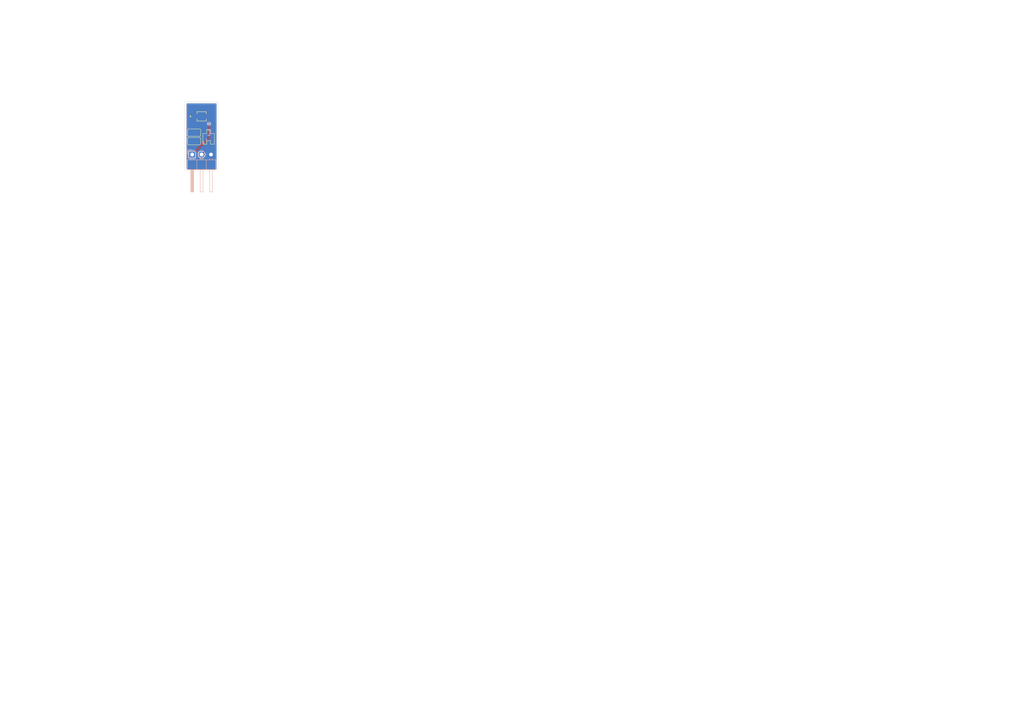
<source format=kicad_pcb>
(kicad_pcb (version 20240108) (generator "pcbnew") (generator_version "8.0")
  (layers (0 "F.Cu" signal) (31 "B.Cu" signal) (34 "B.Paste" user) (35 "F.Paste" user) (36 "B.SilkS" user "B.Silkscreen") (37 "F.SilkS" user "F.Silkscreen") (38 "B.Mask" user) (39 "F.Mask" user) (44 "Edge.Cuts" user))
  (net 0 "")
  (net 1 "+3V3")
  (net 2 "GNDREF")
  (net 3 "/PULSE")
  (net 4 "Net-(Q1-D)")
  (net 5 "Net-(D1-K)")
  (footprint "Library:SOT95P237X112-3N" (layer "F.Cu") (at 66.44 47.0375 90)
    (property "Reference" "Q1" (hide yes))
    (property "Value" "IRLML6344TRPBF" (hide yes))
    (fp_line (start 0.900001 -1.55) (end -2 -1.55) (stroke (width 0.1)) (layer "F.SilkS"))
    (fp_line (start 0.900001 -1.55) (end 0.9 -0.499999) (stroke (width 0.1)) (layer "F.SilkS"))
    (fp_line (start -2 -1.55) (end -2 -0.5) (stroke (width 0.1)) (layer "F.SilkS"))
    (fp_line (start 2 -0.5) (end 2 0.5) (stroke (width 0.1)) (layer "F.SilkS"))
    (fp_line (start -1 -0.5) (end -2 -0.5) (stroke (width 0.1)) (layer "F.SilkS"))
    (fp_line (start 0.9 -0.499999) (end 2 -0.5) (stroke (width 0.1)) (layer "F.SilkS"))
    (fp_line (start 2 0.5) (end 0.9 0.499999) (stroke (width 0.1)) (layer "F.SilkS"))
    (fp_line (start -1 0.5) (end -1 -0.5) (stroke (width 0.1)) (layer "F.SilkS"))
    (fp_line (start -1 0.5) (end -2 0.5) (stroke (width 0.1)) (layer "F.SilkS"))
    (fp_line (start -2 0.5) (end -2 1.55) (stroke (width 0.1)) (layer "F.SilkS"))
    (fp_line (start 0.900001 1.55) (end 0.9 0.499999) (stroke (width 0.1)) (layer "F.SilkS"))
    (fp_line (start -2 1.55) (end 0.900001 1.55) (stroke (width 0.1)) (layer "F.SilkS"))
    (pad "1" smd roundrect (at -1.255 -0.949999 90) (size 1.2 0.6) (layers "F.Cu" "F.Paste" "F.Mask") (roundrect_rratio 0.15) (net 3 "/PULSE"))
    (pad "2" smd roundrect (at -1.255 0.949999 90) (size 1.2 0.6) (layers "F.Cu" "F.Paste" "F.Mask") (roundrect_rratio 0.15) (net 2 "GNDREF"))
    (pad "3" smd roundrect (at 1.125 0 90) (size 1.21 0.6) (layers "F.Cu" "F.Paste" "F.Mask") (roundrect_rratio 0.15) (net 4 "Net-(Q1-D)"))
  )
  (footprint "Library:res0603" (layer "F.Cu") (at 62.515 45.9)
    (property "Reference" "R1" (hide yes))
    (property "Value" "22R")
    (fp_line (start -1.8 0.7) (end -1.8 -0.7) (stroke (width 0.1)) (layer "F.SilkS"))
    (fp_line (start -1.5 -1) (end 1.5 -1) (stroke (width 0.1)) (layer "F.SilkS"))
    (fp_line (start -1.5 1) (end 1.5 1) (stroke (width 0.1)) (layer "F.SilkS"))
    (fp_line (start 1.8 -0.7) (end 1.8 0.7) (stroke (width 0.1)) (layer "F.SilkS"))
    (fp_arc (start -1.8 -0.7) (mid -1.712132 -0.912132) (end -1.5 -1) (stroke (width 0.1)) (layer "F.SilkS"))
    (fp_arc (start -1.5 1) (mid -1.712132 0.912132) (end -1.8 0.7) (stroke (width 0.1)) (layer "F.SilkS"))
    (fp_arc (start 1.5 -1) (mid 1.712132 -0.912132) (end 1.8 -0.7) (stroke (width 0.1)) (layer "F.SilkS"))
    (fp_arc (start 1.8 0.7) (mid 1.712132 0.912132) (end 1.5 1) (stroke (width 0.1)) (layer "F.SilkS"))
    (pad "1" smd roundrect (at -0.8 0) (size 1 1) (layers "F.Cu" "F.Paste" "F.Mask") (roundrect_rratio 0.1) (net 5 "Net-(D1-K)"))
    (pad "2" smd roundrect (at 0.8 0) (size 1 1) (layers "F.Cu" "F.Paste" "F.Mask") (roundrect_rratio 0.1) (net 4 "Net-(Q1-D)"))
  )
  (footprint "Library:DIO_VSMB2020X01" (layer "F.Cu") (at 64.537501 41.500001)
    (property "Reference" "D1" (hide yes))
    (property "Value" "LED")
    (fp_line (start -1.25 -1.25) (end -1.25 -0.695) (stroke (width 0.127)) (layer "F.SilkS"))
    (fp_line (start -1.25 -1.25) (end 1.25 -1.25) (stroke (width 0.127)) (layer "F.SilkS"))
    (fp_line (start -1.25 1.25) (end -1.25 0.695) (stroke (width 0.127)) (layer "F.SilkS"))
    (fp_line (start 1.25 -1.25) (end 1.25 -0.695) (stroke (width 0.127)) (layer "F.SilkS"))
    (fp_line (start 1.25 1.25) (end -1.25 1.25) (stroke (width 0.127)) (layer "F.SilkS"))
    (fp_line (start 1.25 1.25) (end 1.25 0.695) (stroke (width 0.127)) (layer "F.SilkS"))
    (fp_circle (center -3.025 0) (end -2.925 0) (stroke (width 0.2)) (fill none) (layer "F.SilkS"))
    (pad "1" smd rect (at -1.9 0) (size 1.35 0.75) (layers "F.Cu" "F.Paste" "F.Mask") (net 5 "Net-(D1-K)"))
    (pad "2" smd rect (at 1.9 0) (size 1.35 0.75) (layers "F.Cu" "F.Paste" "F.Mask") (net 1 "+3V3"))
  )
  (footprint "Library:res0603" (layer "F.Cu") (at 62.515001 48.2 180)
    (property "Reference" "R2" (hide yes))
    (property "Value" "1k")
    (fp_line (start 1.8 -0.7) (end 1.8 0.7) (stroke (width 0.1)) (layer "F.SilkS"))
    (fp_line (start -1.5 1) (end 1.5 1) (stroke (width 0.1)) (layer "F.SilkS"))
    (fp_line (start -1.5 -1) (end 1.5 -1) (stroke (width 0.1)) (layer "F.SilkS"))
    (fp_line (start -1.8 0.7) (end -1.8 -0.7) (stroke (width 0.1)) (layer "F.SilkS"))
    (fp_arc (start 1.8 0.7) (mid 1.712132 0.912132) (end 1.5 1) (stroke (width 0.1)) (layer "F.SilkS"))
    (fp_arc (start 1.5 -1) (mid 1.712132 -0.912132) (end 1.8 -0.7) (stroke (width 0.1)) (layer "F.SilkS"))
    (fp_arc (start -1.5 1) (mid -1.712132 0.912132) (end -1.8 0.7) (stroke (width 0.1)) (layer "F.SilkS"))
    (fp_arc (start -1.8 -0.7) (mid -1.712132 -0.912132) (end -1.5 -1) (stroke (width 0.1)) (layer "F.SilkS"))
    (pad "1" smd roundrect (at -0.799999 0 180) (size 1 1) (layers "F.Cu" "F.Paste" "F.Mask") (roundrect_rratio 0.1) (net 3 "/PULSE"))
    (pad "2" smd roundrect (at 0.799999 0 180) (size 1 1) (layers "F.Cu" "F.Paste" "F.Mask") (roundrect_rratio 0.1) (net 2 "GNDREF"))
  )
  (footprint "Connector_PinHeader_2.54mm:PinHeader_1x03_P2.54mm_Horizontal" (layer "B.Cu") (at 61.997501 51.825001 -90)
    (property "Reference" "J1" (hide yes))
    (property "Value" "Conn_01x03")
    (fp_line (start 1.44 1.33) (end 4.1 1.33) (stroke (width 0.12)) (layer "B.SilkS"))
    (fp_line (start 4.1 1.33) (end 4.1 -6.41) (stroke (width 0.12)) (layer "B.SilkS"))
    (fp_line (start 0 1.270001) (end -1.27 1.27) (stroke (width 0.12)) (layer "B.SilkS"))
    (fp_line (start -1.27 1.27) (end -1.270001 0) (stroke (width 0.12)) (layer "B.SilkS"))
    (fp_line (start 1.44 0.38) (end 1.11 0.38) (stroke (width 0.12)) (layer "B.SilkS"))
    (fp_line (start 10.1 0.38) (end 4.1 0.38) (stroke (width 0.12)) (layer "B.SilkS"))
    (fp_line (start 10.1 0.32) (end 4.1 0.32) (stroke (width 0.12)) (layer "B.SilkS"))
    (fp_line (start 10.1 0.2) (end 4.1 0.2) (stroke (width 0.12)) (layer "B.SilkS"))
    (fp_line (start 10.1 0.08) (end 4.1 0.08) (stroke (width 0.12)) (layer "B.SilkS"))
    (fp_line (start 10.1 -0.04) (end 4.1 -0.04) (stroke (width 0.12)) (layer "B.SilkS"))
    (fp_line (start 10.1 -0.160001) (end 4.1 -0.16) (stroke (width 0.12)) (layer "B.SilkS"))
    (fp_line (start 10.1 -0.279999) (end 4.1 -0.28) (stroke (width 0.12)) (layer "B.SilkS"))
    (fp_line (start 1.44 -0.38) (end 1.11 -0.38) (stroke (width 0.12)) (layer "B.SilkS"))
    (fp_line (start 4.1 -0.38) (end 10.1 -0.38) (stroke (width 0.12)) (layer "B.SilkS"))
    (fp_line (start 10.1 -0.38) (end 10.1 0.38) (stroke (width 0.12)) (layer "B.SilkS"))
    (fp_line (start 4.1 -1.27) (end 1.44 -1.27) (stroke (width 0.12)) (layer "B.SilkS"))
    (fp_line (start 1.44 -2.16) (end 1.042929 -2.16) (stroke (width 0.12)) (layer "B.SilkS"))
    (fp_line (start 10.1 -2.16) (end 4.1 -2.16) (stroke (width 0.12)) (layer "B.SilkS"))
    (fp_line (start 1.44 -2.92) (end 1.042929 -2.92) (stroke (width 0.12)) (layer "B.SilkS"))
    (fp_line (start 4.1 -2.92) (end 10.1 -2.92) (stroke (width 0.12)) (layer "B.SilkS"))
    (fp_line (start 10.1 -2.92) (end 10.1 -2.16) (stroke (width 0.12)) (layer "B.SilkS"))
    (fp_line (start 4.1 -3.81) (end 1.44 -3.81) (stroke (width 0.12)) (layer "B.SilkS"))
    (fp_line (start 10.1 -4.699999) (end 4.1 -4.7) (stroke (width 0.12)) (layer "B.SilkS"))
    (fp_line (start 1.44 -4.7) (end 1.042929 -4.7) (stroke (width 0.12)) (layer "B.SilkS"))
    (fp_line (start 1.44 -5.46) (end 1.042929 -5.46) (stroke (width 0.12)) (layer "B.SilkS"))
    (fp_line (start 4.1 -5.46) (end 10.1 -5.460001) (stroke (width 0.12)) (layer "B.SilkS"))
    (fp_line (start 10.1 -5.460001) (end 10.1 -4.699999) (stroke (width 0.12)) (layer "B.SilkS"))
    (fp_line (start 1.44 -6.41) (end 1.44 1.33) (stroke (width 0.12)) (layer "B.SilkS"))
    (fp_line (start 4.1 -6.41) (end 1.44 -6.41) (stroke (width 0.12)) (layer "B.SilkS"))
    (pad "1" thru_hole rect (at 0 0 270) (size 1.7 1.7) (drill 1) (layers "*.Cu" "*.Mask") (net 1 "+3V3"))
    (pad "2" thru_hole oval (at 0 -2.54 270) (size 1.7 1.7) (drill 1) (layers "*.Cu" "*.Mask") (net 3 "/PULSE"))
    (pad "3" thru_hole oval (at 0 -5.079999 270) (size 1.7 1.7) (drill 1) (layers "*.Cu" "*.Mask") (net 2 "GNDREF"))
  )
  (gr_arc (start 60 37.7) (mid 60.058579 37.558579) (end 60.2 37.5) (stroke (width 0.05)) (layer "Edge.Cuts"))
  (gr_arc (start 69.075002 56.100002) (mid 69.016423 56.241423) (end 68.875002 56.300002) (stroke (width 0.05)) (layer "Edge.Cuts"))
  (gr_line (start 60.2 37.5) (end 68.875002 37.5) (stroke (width 0.05)) (layer "Edge.Cuts"))
  (gr_arc (start 60.2 56.300002) (mid 60.058579 56.241423) (end 60 56.100002) (stroke (width 0.05)) (layer "Edge.Cuts"))
  (gr_line (start 60 56.100002) (end 60 37.7) (stroke (width 0.05)) (layer "Edge.Cuts"))
  (gr_arc (start 68.875002 37.5) (mid 69.016423 37.558579) (end 69.075002 37.7) (stroke (width 0.05)) (layer "Edge.Cuts"))
  (gr_line (start 68.875002 56.300002) (end 60.2 56.300002) (stroke (width 0.05)) (layer "Edge.Cuts"))
  (gr_line (start 69.075002 37.7) (end 69.075002 56.100002) (stroke (width 0.05)) (layer "Edge.Cuts"))
  (segment (start 66.537501 41.500001) (end 66.537501 43.500001) (width 0.2) (layer "F.Cu") (net 1))
  (via (at 66.537501 43.500001) (size 0.6) (drill 0.3) (layers "F.Cu" "B.Cu") (net 1))
  (segment (start 66.537501 47.297499) (end 62.01 51.825) (width 0.2) (layer "B.Cu") (net 1))
  (segment (start 66.537501 43.500001) (end 66.537501 47.297499) (width 0.2) (layer "B.Cu") (net 1))
  (segment (start 65.490001 48.2925) (end 65.490001 50.884999) (width 0.2) (layer "F.Cu") (net 3))
  (segment (start 65.490001 50.884999) (end 64.550001 51.824999) (width 0.2) (layer "F.Cu") (net 3))
  (segment (start 63.315 48.2) (end 65.397501 48.2) (width 0.2) (layer "F.Cu") (net 3))
  (segment (start 65.397501 48.2) (end 65.490001 48.2925) (width 0.2) (layer "F.Cu") (net 3))
  (segment (start 66.4275 45.9) (end 66.44 45.9125) (width 0.2) (layer "F.Cu") (net 4))
  (segment (start 63.315 45.9) (end 66.4275 45.9) (width 0.2) (layer "F.Cu") (net 4))
  (segment (start 62.737501 42.500001) (end 62.737501 41.500001) (width 0.2) (layer "F.Cu") (net 5))
  (segment (start 61.715 45.9) (end 61.715 43.522502) (width 0.2) (layer "F.Cu") (net 5))
  (segment (start 61.715 43.522502) (end 62.737501 42.500001) (width 0.2) (layer "F.Cu") (net 5))
  (zone (net 2) (net_name "GNDREF") (layers "F&B.Cu") (connect_pads yes (clearance 0.2)) (min_thickness 0.2) (fill yes (thermal_gap 0.5) (thermal_bridge_width 0.5) (smoothing fillet) (radius 0.2))
    (polygon (pts (xy 10.012501 10.000001) (xy 286.987501 10.000001) (xy 286.962501 200.000001) (xy 10.012501 199.975001)))
  )
)
</source>
